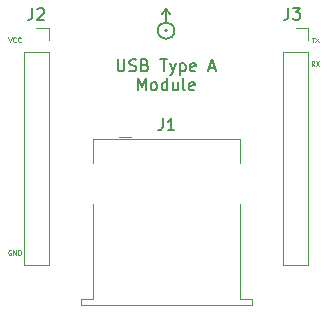
<source format=gbr>
%TF.GenerationSoftware,KiCad,Pcbnew,7.0.7*%
%TF.CreationDate,2023-10-05T13:04:32-06:00*%
%TF.ProjectId,USB_Module,5553425f-4d6f-4647-956c-652e6b696361,rev?*%
%TF.SameCoordinates,Original*%
%TF.FileFunction,Legend,Top*%
%TF.FilePolarity,Positive*%
%FSLAX46Y46*%
G04 Gerber Fmt 4.6, Leading zero omitted, Abs format (unit mm)*
G04 Created by KiCad (PCBNEW 7.0.7) date 2023-10-05 13:04:32*
%MOMM*%
%LPD*%
G01*
G04 APERTURE LIST*
%ADD10C,0.100000*%
%ADD11C,0.150000*%
%ADD12C,0.120000*%
%ADD13C,3.000000*%
%ADD14C,1.600000*%
%ADD15R,1.600000X1.600000*%
%ADD16R,1.350000X1.350000*%
%ADD17O,1.350000X1.350000*%
G04 APERTURE END LIST*
D10*
X131205237Y-105488895D02*
X131167142Y-105469847D01*
X131167142Y-105469847D02*
X131109999Y-105469847D01*
X131109999Y-105469847D02*
X131052856Y-105488895D01*
X131052856Y-105488895D02*
X131014761Y-105526990D01*
X131014761Y-105526990D02*
X130995714Y-105565085D01*
X130995714Y-105565085D02*
X130976666Y-105641276D01*
X130976666Y-105641276D02*
X130976666Y-105698419D01*
X130976666Y-105698419D02*
X130995714Y-105774609D01*
X130995714Y-105774609D02*
X131014761Y-105812704D01*
X131014761Y-105812704D02*
X131052856Y-105850800D01*
X131052856Y-105850800D02*
X131109999Y-105869847D01*
X131109999Y-105869847D02*
X131148095Y-105869847D01*
X131148095Y-105869847D02*
X131205237Y-105850800D01*
X131205237Y-105850800D02*
X131224285Y-105831752D01*
X131224285Y-105831752D02*
X131224285Y-105698419D01*
X131224285Y-105698419D02*
X131148095Y-105698419D01*
X131395714Y-105869847D02*
X131395714Y-105469847D01*
X131395714Y-105469847D02*
X131624285Y-105869847D01*
X131624285Y-105869847D02*
X131624285Y-105469847D01*
X131814762Y-105869847D02*
X131814762Y-105469847D01*
X131814762Y-105469847D02*
X131910000Y-105469847D01*
X131910000Y-105469847D02*
X131967143Y-105488895D01*
X131967143Y-105488895D02*
X132005238Y-105526990D01*
X132005238Y-105526990D02*
X132024285Y-105565085D01*
X132024285Y-105565085D02*
X132043333Y-105641276D01*
X132043333Y-105641276D02*
X132043333Y-105698419D01*
X132043333Y-105698419D02*
X132024285Y-105774609D01*
X132024285Y-105774609D02*
X132005238Y-105812704D01*
X132005238Y-105812704D02*
X131967143Y-105850800D01*
X131967143Y-105850800D02*
X131910000Y-105869847D01*
X131910000Y-105869847D02*
X131814762Y-105869847D01*
D11*
X140227561Y-89327819D02*
X140227561Y-90137342D01*
X140227561Y-90137342D02*
X140275180Y-90232580D01*
X140275180Y-90232580D02*
X140322799Y-90280200D01*
X140322799Y-90280200D02*
X140418037Y-90327819D01*
X140418037Y-90327819D02*
X140608513Y-90327819D01*
X140608513Y-90327819D02*
X140703751Y-90280200D01*
X140703751Y-90280200D02*
X140751370Y-90232580D01*
X140751370Y-90232580D02*
X140798989Y-90137342D01*
X140798989Y-90137342D02*
X140798989Y-89327819D01*
X141227561Y-90280200D02*
X141370418Y-90327819D01*
X141370418Y-90327819D02*
X141608513Y-90327819D01*
X141608513Y-90327819D02*
X141703751Y-90280200D01*
X141703751Y-90280200D02*
X141751370Y-90232580D01*
X141751370Y-90232580D02*
X141798989Y-90137342D01*
X141798989Y-90137342D02*
X141798989Y-90042104D01*
X141798989Y-90042104D02*
X141751370Y-89946866D01*
X141751370Y-89946866D02*
X141703751Y-89899247D01*
X141703751Y-89899247D02*
X141608513Y-89851628D01*
X141608513Y-89851628D02*
X141418037Y-89804009D01*
X141418037Y-89804009D02*
X141322799Y-89756390D01*
X141322799Y-89756390D02*
X141275180Y-89708771D01*
X141275180Y-89708771D02*
X141227561Y-89613533D01*
X141227561Y-89613533D02*
X141227561Y-89518295D01*
X141227561Y-89518295D02*
X141275180Y-89423057D01*
X141275180Y-89423057D02*
X141322799Y-89375438D01*
X141322799Y-89375438D02*
X141418037Y-89327819D01*
X141418037Y-89327819D02*
X141656132Y-89327819D01*
X141656132Y-89327819D02*
X141798989Y-89375438D01*
X142560894Y-89804009D02*
X142703751Y-89851628D01*
X142703751Y-89851628D02*
X142751370Y-89899247D01*
X142751370Y-89899247D02*
X142798989Y-89994485D01*
X142798989Y-89994485D02*
X142798989Y-90137342D01*
X142798989Y-90137342D02*
X142751370Y-90232580D01*
X142751370Y-90232580D02*
X142703751Y-90280200D01*
X142703751Y-90280200D02*
X142608513Y-90327819D01*
X142608513Y-90327819D02*
X142227561Y-90327819D01*
X142227561Y-90327819D02*
X142227561Y-89327819D01*
X142227561Y-89327819D02*
X142560894Y-89327819D01*
X142560894Y-89327819D02*
X142656132Y-89375438D01*
X142656132Y-89375438D02*
X142703751Y-89423057D01*
X142703751Y-89423057D02*
X142751370Y-89518295D01*
X142751370Y-89518295D02*
X142751370Y-89613533D01*
X142751370Y-89613533D02*
X142703751Y-89708771D01*
X142703751Y-89708771D02*
X142656132Y-89756390D01*
X142656132Y-89756390D02*
X142560894Y-89804009D01*
X142560894Y-89804009D02*
X142227561Y-89804009D01*
X143846609Y-89327819D02*
X144418037Y-89327819D01*
X144132323Y-90327819D02*
X144132323Y-89327819D01*
X144656133Y-89661152D02*
X144894228Y-90327819D01*
X145132323Y-89661152D02*
X144894228Y-90327819D01*
X144894228Y-90327819D02*
X144798990Y-90565914D01*
X144798990Y-90565914D02*
X144751371Y-90613533D01*
X144751371Y-90613533D02*
X144656133Y-90661152D01*
X145513276Y-89661152D02*
X145513276Y-90661152D01*
X145513276Y-89708771D02*
X145608514Y-89661152D01*
X145608514Y-89661152D02*
X145798990Y-89661152D01*
X145798990Y-89661152D02*
X145894228Y-89708771D01*
X145894228Y-89708771D02*
X145941847Y-89756390D01*
X145941847Y-89756390D02*
X145989466Y-89851628D01*
X145989466Y-89851628D02*
X145989466Y-90137342D01*
X145989466Y-90137342D02*
X145941847Y-90232580D01*
X145941847Y-90232580D02*
X145894228Y-90280200D01*
X145894228Y-90280200D02*
X145798990Y-90327819D01*
X145798990Y-90327819D02*
X145608514Y-90327819D01*
X145608514Y-90327819D02*
X145513276Y-90280200D01*
X146798990Y-90280200D02*
X146703752Y-90327819D01*
X146703752Y-90327819D02*
X146513276Y-90327819D01*
X146513276Y-90327819D02*
X146418038Y-90280200D01*
X146418038Y-90280200D02*
X146370419Y-90184961D01*
X146370419Y-90184961D02*
X146370419Y-89804009D01*
X146370419Y-89804009D02*
X146418038Y-89708771D01*
X146418038Y-89708771D02*
X146513276Y-89661152D01*
X146513276Y-89661152D02*
X146703752Y-89661152D01*
X146703752Y-89661152D02*
X146798990Y-89708771D01*
X146798990Y-89708771D02*
X146846609Y-89804009D01*
X146846609Y-89804009D02*
X146846609Y-89899247D01*
X146846609Y-89899247D02*
X146370419Y-89994485D01*
X147989467Y-90042104D02*
X148465657Y-90042104D01*
X147894229Y-90327819D02*
X148227562Y-89327819D01*
X148227562Y-89327819D02*
X148560895Y-90327819D01*
X141941847Y-91937819D02*
X141941847Y-90937819D01*
X141941847Y-90937819D02*
X142275180Y-91652104D01*
X142275180Y-91652104D02*
X142608513Y-90937819D01*
X142608513Y-90937819D02*
X142608513Y-91937819D01*
X143227561Y-91937819D02*
X143132323Y-91890200D01*
X143132323Y-91890200D02*
X143084704Y-91842580D01*
X143084704Y-91842580D02*
X143037085Y-91747342D01*
X143037085Y-91747342D02*
X143037085Y-91461628D01*
X143037085Y-91461628D02*
X143084704Y-91366390D01*
X143084704Y-91366390D02*
X143132323Y-91318771D01*
X143132323Y-91318771D02*
X143227561Y-91271152D01*
X143227561Y-91271152D02*
X143370418Y-91271152D01*
X143370418Y-91271152D02*
X143465656Y-91318771D01*
X143465656Y-91318771D02*
X143513275Y-91366390D01*
X143513275Y-91366390D02*
X143560894Y-91461628D01*
X143560894Y-91461628D02*
X143560894Y-91747342D01*
X143560894Y-91747342D02*
X143513275Y-91842580D01*
X143513275Y-91842580D02*
X143465656Y-91890200D01*
X143465656Y-91890200D02*
X143370418Y-91937819D01*
X143370418Y-91937819D02*
X143227561Y-91937819D01*
X144418037Y-91937819D02*
X144418037Y-90937819D01*
X144418037Y-91890200D02*
X144322799Y-91937819D01*
X144322799Y-91937819D02*
X144132323Y-91937819D01*
X144132323Y-91937819D02*
X144037085Y-91890200D01*
X144037085Y-91890200D02*
X143989466Y-91842580D01*
X143989466Y-91842580D02*
X143941847Y-91747342D01*
X143941847Y-91747342D02*
X143941847Y-91461628D01*
X143941847Y-91461628D02*
X143989466Y-91366390D01*
X143989466Y-91366390D02*
X144037085Y-91318771D01*
X144037085Y-91318771D02*
X144132323Y-91271152D01*
X144132323Y-91271152D02*
X144322799Y-91271152D01*
X144322799Y-91271152D02*
X144418037Y-91318771D01*
X145322799Y-91271152D02*
X145322799Y-91937819D01*
X144894228Y-91271152D02*
X144894228Y-91794961D01*
X144894228Y-91794961D02*
X144941847Y-91890200D01*
X144941847Y-91890200D02*
X145037085Y-91937819D01*
X145037085Y-91937819D02*
X145179942Y-91937819D01*
X145179942Y-91937819D02*
X145275180Y-91890200D01*
X145275180Y-91890200D02*
X145322799Y-91842580D01*
X145941847Y-91937819D02*
X145846609Y-91890200D01*
X145846609Y-91890200D02*
X145798990Y-91794961D01*
X145798990Y-91794961D02*
X145798990Y-90937819D01*
X146703752Y-91890200D02*
X146608514Y-91937819D01*
X146608514Y-91937819D02*
X146418038Y-91937819D01*
X146418038Y-91937819D02*
X146322800Y-91890200D01*
X146322800Y-91890200D02*
X146275181Y-91794961D01*
X146275181Y-91794961D02*
X146275181Y-91414009D01*
X146275181Y-91414009D02*
X146322800Y-91318771D01*
X146322800Y-91318771D02*
X146418038Y-91271152D01*
X146418038Y-91271152D02*
X146608514Y-91271152D01*
X146608514Y-91271152D02*
X146703752Y-91318771D01*
X146703752Y-91318771D02*
X146751371Y-91414009D01*
X146751371Y-91414009D02*
X146751371Y-91509247D01*
X146751371Y-91509247D02*
X146275181Y-91604485D01*
D10*
X130976667Y-87449847D02*
X131110000Y-87849847D01*
X131110000Y-87849847D02*
X131243333Y-87449847D01*
X131605238Y-87811752D02*
X131586190Y-87830800D01*
X131586190Y-87830800D02*
X131529048Y-87849847D01*
X131529048Y-87849847D02*
X131490952Y-87849847D01*
X131490952Y-87849847D02*
X131433809Y-87830800D01*
X131433809Y-87830800D02*
X131395714Y-87792704D01*
X131395714Y-87792704D02*
X131376667Y-87754609D01*
X131376667Y-87754609D02*
X131357619Y-87678419D01*
X131357619Y-87678419D02*
X131357619Y-87621276D01*
X131357619Y-87621276D02*
X131376667Y-87545085D01*
X131376667Y-87545085D02*
X131395714Y-87506990D01*
X131395714Y-87506990D02*
X131433809Y-87468895D01*
X131433809Y-87468895D02*
X131490952Y-87449847D01*
X131490952Y-87449847D02*
X131529048Y-87449847D01*
X131529048Y-87449847D02*
X131586190Y-87468895D01*
X131586190Y-87468895D02*
X131605238Y-87487942D01*
X132005238Y-87811752D02*
X131986190Y-87830800D01*
X131986190Y-87830800D02*
X131929048Y-87849847D01*
X131929048Y-87849847D02*
X131890952Y-87849847D01*
X131890952Y-87849847D02*
X131833809Y-87830800D01*
X131833809Y-87830800D02*
X131795714Y-87792704D01*
X131795714Y-87792704D02*
X131776667Y-87754609D01*
X131776667Y-87754609D02*
X131757619Y-87678419D01*
X131757619Y-87678419D02*
X131757619Y-87621276D01*
X131757619Y-87621276D02*
X131776667Y-87545085D01*
X131776667Y-87545085D02*
X131795714Y-87506990D01*
X131795714Y-87506990D02*
X131833809Y-87468895D01*
X131833809Y-87468895D02*
X131890952Y-87449847D01*
X131890952Y-87449847D02*
X131929048Y-87449847D01*
X131929048Y-87449847D02*
X131986190Y-87468895D01*
X131986190Y-87468895D02*
X132005238Y-87487942D01*
X156645238Y-87469847D02*
X156873809Y-87469847D01*
X156759523Y-87869847D02*
X156759523Y-87469847D01*
X156969047Y-87469847D02*
X157235714Y-87869847D01*
X157235714Y-87469847D02*
X156969047Y-87869847D01*
X156883333Y-89859847D02*
X156750000Y-89669371D01*
X156654762Y-89859847D02*
X156654762Y-89459847D01*
X156654762Y-89459847D02*
X156807143Y-89459847D01*
X156807143Y-89459847D02*
X156845238Y-89478895D01*
X156845238Y-89478895D02*
X156864285Y-89497942D01*
X156864285Y-89497942D02*
X156883333Y-89536038D01*
X156883333Y-89536038D02*
X156883333Y-89593180D01*
X156883333Y-89593180D02*
X156864285Y-89631276D01*
X156864285Y-89631276D02*
X156845238Y-89650323D01*
X156845238Y-89650323D02*
X156807143Y-89669371D01*
X156807143Y-89669371D02*
X156654762Y-89669371D01*
X157016666Y-89459847D02*
X157283333Y-89859847D01*
X157283333Y-89459847D02*
X157016666Y-89859847D01*
D11*
X144036666Y-94304819D02*
X144036666Y-95019104D01*
X144036666Y-95019104D02*
X143989047Y-95161961D01*
X143989047Y-95161961D02*
X143893809Y-95257200D01*
X143893809Y-95257200D02*
X143750952Y-95304819D01*
X143750952Y-95304819D02*
X143655714Y-95304819D01*
X145036666Y-95304819D02*
X144465238Y-95304819D01*
X144750952Y-95304819D02*
X144750952Y-94304819D01*
X144750952Y-94304819D02*
X144655714Y-94447676D01*
X144655714Y-94447676D02*
X144560476Y-94542914D01*
X144560476Y-94542914D02*
X144465238Y-94590533D01*
X132996666Y-84984819D02*
X132996666Y-85699104D01*
X132996666Y-85699104D02*
X132949047Y-85841961D01*
X132949047Y-85841961D02*
X132853809Y-85937200D01*
X132853809Y-85937200D02*
X132710952Y-85984819D01*
X132710952Y-85984819D02*
X132615714Y-85984819D01*
X133425238Y-85080057D02*
X133472857Y-85032438D01*
X133472857Y-85032438D02*
X133568095Y-84984819D01*
X133568095Y-84984819D02*
X133806190Y-84984819D01*
X133806190Y-84984819D02*
X133901428Y-85032438D01*
X133901428Y-85032438D02*
X133949047Y-85080057D01*
X133949047Y-85080057D02*
X133996666Y-85175295D01*
X133996666Y-85175295D02*
X133996666Y-85270533D01*
X133996666Y-85270533D02*
X133949047Y-85413390D01*
X133949047Y-85413390D02*
X133377619Y-85984819D01*
X133377619Y-85984819D02*
X133996666Y-85984819D01*
X154686666Y-84944819D02*
X154686666Y-85659104D01*
X154686666Y-85659104D02*
X154639047Y-85801961D01*
X154639047Y-85801961D02*
X154543809Y-85897200D01*
X154543809Y-85897200D02*
X154400952Y-85944819D01*
X154400952Y-85944819D02*
X154305714Y-85944819D01*
X155067619Y-84944819D02*
X155686666Y-84944819D01*
X155686666Y-84944819D02*
X155353333Y-85325771D01*
X155353333Y-85325771D02*
X155496190Y-85325771D01*
X155496190Y-85325771D02*
X155591428Y-85373390D01*
X155591428Y-85373390D02*
X155639047Y-85421009D01*
X155639047Y-85421009D02*
X155686666Y-85516247D01*
X155686666Y-85516247D02*
X155686666Y-85754342D01*
X155686666Y-85754342D02*
X155639047Y-85849580D01*
X155639047Y-85849580D02*
X155591428Y-85897200D01*
X155591428Y-85897200D02*
X155496190Y-85944819D01*
X155496190Y-85944819D02*
X155210476Y-85944819D01*
X155210476Y-85944819D02*
X155115238Y-85897200D01*
X155115238Y-85897200D02*
X155067619Y-85849580D01*
D12*
%TO.C,J1*%
X150620000Y-98100000D02*
X150620000Y-96100000D01*
X150620000Y-109600000D02*
X150620000Y-101600000D01*
X137120000Y-110100000D02*
X151620000Y-110100000D01*
X140370000Y-95850000D02*
X141370000Y-95850000D01*
X150620000Y-96100000D02*
X138120000Y-96100000D01*
X151620000Y-110100000D02*
X151620000Y-109600000D01*
X138120000Y-96100000D02*
X138120000Y-98100000D01*
X138120000Y-109600000D02*
X137120000Y-109600000D01*
X138120000Y-101600000D02*
X138120000Y-109600000D01*
X151620000Y-109600000D02*
X150620000Y-109600000D01*
X137120000Y-109600000D02*
X137120000Y-110100000D01*
%TO.C,J2*%
X132273600Y-88690200D02*
X132273600Y-106750200D01*
X132273600Y-88690200D02*
X134393600Y-88690200D01*
X132273600Y-106750200D02*
X134393600Y-106750200D01*
X133333600Y-86630200D02*
X134393600Y-86630200D01*
X134393600Y-86630200D02*
X134393600Y-87690200D01*
X134393600Y-88690200D02*
X134393600Y-106750200D01*
D11*
%TO.C,EXP_ORIENTATION*%
X144329800Y-86189200D02*
X144329800Y-85089200D01*
X144329800Y-85089200D02*
X143979800Y-85489200D01*
X144329800Y-85089200D02*
X144679800Y-85489200D01*
X144408857Y-86889200D02*
G75*
G03*
X144408857Y-86889200I-79057J0D01*
G01*
X145030246Y-86889200D02*
G75*
G03*
X145030246Y-86889200I-700446J0D01*
G01*
D12*
%TO.C,J3*%
X154261000Y-88700600D02*
X154261000Y-106760600D01*
X154261000Y-88700600D02*
X156381000Y-88700600D01*
X154261000Y-106760600D02*
X156381000Y-106760600D01*
X155321000Y-86640600D02*
X156381000Y-86640600D01*
X156381000Y-86640600D02*
X156381000Y-87700600D01*
X156381000Y-88700600D02*
X156381000Y-106760600D01*
%TD*%
%LPC*%
D13*
%TO.C,J1*%
X150940000Y-99820000D03*
X137800000Y-99820000D03*
D14*
X147870000Y-97110000D03*
X145370000Y-97110000D03*
X143370000Y-97110000D03*
D15*
X140870000Y-97110000D03*
%TD*%
D16*
%TO.C,J2*%
X133333600Y-87690200D03*
D17*
X133333600Y-89690200D03*
X133333600Y-91690200D03*
X133333600Y-93690200D03*
X133333600Y-95690200D03*
X133333600Y-97690200D03*
X133333600Y-99690200D03*
X133333600Y-101690200D03*
X133333600Y-103690200D03*
X133333600Y-105690200D03*
%TD*%
D16*
%TO.C,J3*%
X155321000Y-87700600D03*
D17*
X155321000Y-89700600D03*
X155321000Y-91700600D03*
X155321000Y-93700600D03*
X155321000Y-95700600D03*
X155321000Y-97700600D03*
X155321000Y-99700600D03*
X155321000Y-101700600D03*
X155321000Y-103700600D03*
X155321000Y-105700600D03*
%TD*%
%LPD*%
M02*

</source>
